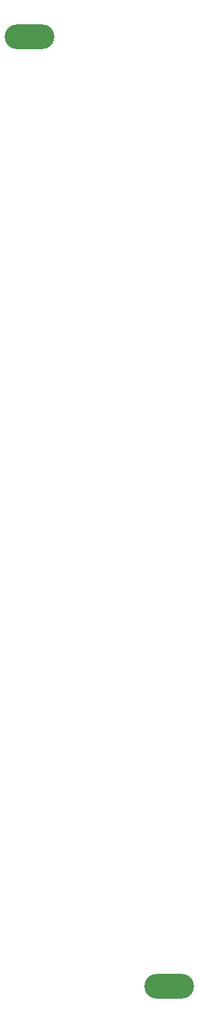
<source format=gbr>
%TF.GenerationSoftware,KiCad,Pcbnew,8.0.4*%
%TF.CreationDate,2024-09-27T18:26:47+01:00*%
%TF.ProjectId,EuroRackPanel-6HP-30mm,4575726f-5261-4636-9b50-616e656c2d36,rev?*%
%TF.SameCoordinates,Original*%
%TF.FileFunction,Soldermask,Top*%
%TF.FilePolarity,Negative*%
%FSLAX46Y46*%
G04 Gerber Fmt 4.6, Leading zero omitted, Abs format (unit mm)*
G04 Created by KiCad (PCBNEW 8.0.4) date 2024-09-27 18:26:47*
%MOMM*%
%LPD*%
G01*
G04 APERTURE LIST*
%ADD10O,6.400000X3.200000*%
G04 APERTURE END LIST*
D10*
%TO.C,H2*%
X74000000Y-175500000D03*
%TD*%
%TO.C,H1*%
X56000000Y-53000000D03*
%TD*%
M02*

</source>
